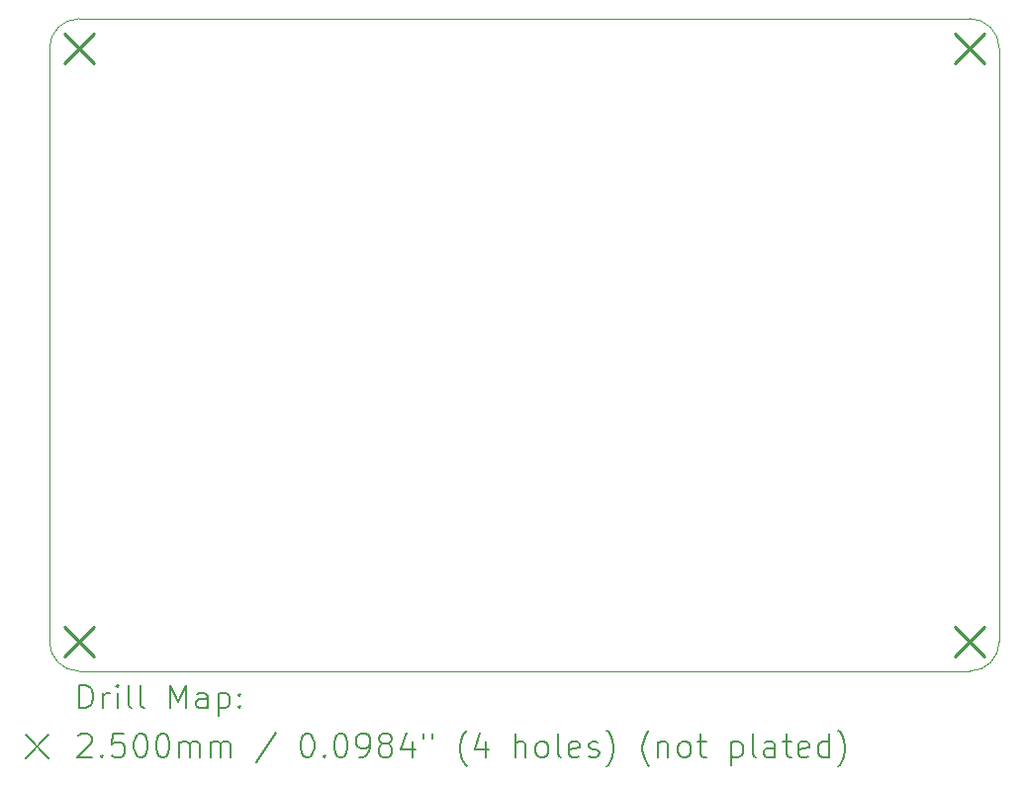
<source format=gbr>
%TF.GenerationSoftware,KiCad,Pcbnew,7.0.9*%
%TF.CreationDate,2025-10-08T14:44:17+03:00*%
%TF.ProjectId,signalgenerator-rounded,7369676e-616c-4676-956e-657261746f72,rev?*%
%TF.SameCoordinates,Original*%
%TF.FileFunction,Drillmap*%
%TF.FilePolarity,Positive*%
%FSLAX45Y45*%
G04 Gerber Fmt 4.5, Leading zero omitted, Abs format (unit mm)*
G04 Created by KiCad (PCBNEW 7.0.9) date 2025-10-08 14:44:17*
%MOMM*%
%LPD*%
G01*
G04 APERTURE LIST*
%ADD10C,0.100000*%
%ADD11C,0.200000*%
%ADD12C,0.250000*%
G04 APERTURE END LIST*
D10*
X2286000Y-7874000D02*
X2540000Y-7874000D01*
X2286000Y-2286000D02*
X2540000Y-2286000D01*
X2286000Y-2286000D02*
G75*
G03*
X2032000Y-2540000I0J-254000D01*
G01*
X2032000Y-7620000D02*
G75*
G03*
X2286000Y-7874000I254000J0D01*
G01*
X10160000Y-7620000D02*
X10160000Y-2540000D01*
X2032000Y-2540000D02*
X2032000Y-7620000D01*
X9906000Y-2286000D02*
X2540000Y-2286000D01*
X10160000Y-2540000D02*
G75*
G03*
X9906000Y-2286000I-254000J0D01*
G01*
X2540000Y-7874000D02*
X9906000Y-7874000D01*
X9906000Y-7874000D02*
G75*
G03*
X10160000Y-7620000I0J254000D01*
G01*
D11*
D12*
X2161000Y-2415000D02*
X2411000Y-2665000D01*
X2411000Y-2415000D02*
X2161000Y-2665000D01*
X2161000Y-7495000D02*
X2411000Y-7745000D01*
X2411000Y-7495000D02*
X2161000Y-7745000D01*
X9781000Y-2415000D02*
X10031000Y-2665000D01*
X10031000Y-2415000D02*
X9781000Y-2665000D01*
X9781000Y-7495000D02*
X10031000Y-7745000D01*
X10031000Y-7495000D02*
X9781000Y-7745000D01*
D11*
X2287777Y-8190484D02*
X2287777Y-7990484D01*
X2287777Y-7990484D02*
X2335396Y-7990484D01*
X2335396Y-7990484D02*
X2363967Y-8000008D01*
X2363967Y-8000008D02*
X2383015Y-8019055D01*
X2383015Y-8019055D02*
X2392539Y-8038103D01*
X2392539Y-8038103D02*
X2402063Y-8076198D01*
X2402063Y-8076198D02*
X2402063Y-8104769D01*
X2402063Y-8104769D02*
X2392539Y-8142865D01*
X2392539Y-8142865D02*
X2383015Y-8161912D01*
X2383015Y-8161912D02*
X2363967Y-8180960D01*
X2363967Y-8180960D02*
X2335396Y-8190484D01*
X2335396Y-8190484D02*
X2287777Y-8190484D01*
X2487777Y-8190484D02*
X2487777Y-8057150D01*
X2487777Y-8095246D02*
X2497301Y-8076198D01*
X2497301Y-8076198D02*
X2506824Y-8066674D01*
X2506824Y-8066674D02*
X2525872Y-8057150D01*
X2525872Y-8057150D02*
X2544920Y-8057150D01*
X2611586Y-8190484D02*
X2611586Y-8057150D01*
X2611586Y-7990484D02*
X2602063Y-8000008D01*
X2602063Y-8000008D02*
X2611586Y-8009531D01*
X2611586Y-8009531D02*
X2621110Y-8000008D01*
X2621110Y-8000008D02*
X2611586Y-7990484D01*
X2611586Y-7990484D02*
X2611586Y-8009531D01*
X2735396Y-8190484D02*
X2716348Y-8180960D01*
X2716348Y-8180960D02*
X2706824Y-8161912D01*
X2706824Y-8161912D02*
X2706824Y-7990484D01*
X2840158Y-8190484D02*
X2821110Y-8180960D01*
X2821110Y-8180960D02*
X2811586Y-8161912D01*
X2811586Y-8161912D02*
X2811586Y-7990484D01*
X3068729Y-8190484D02*
X3068729Y-7990484D01*
X3068729Y-7990484D02*
X3135396Y-8133341D01*
X3135396Y-8133341D02*
X3202062Y-7990484D01*
X3202062Y-7990484D02*
X3202062Y-8190484D01*
X3383015Y-8190484D02*
X3383015Y-8085722D01*
X3383015Y-8085722D02*
X3373491Y-8066674D01*
X3373491Y-8066674D02*
X3354443Y-8057150D01*
X3354443Y-8057150D02*
X3316348Y-8057150D01*
X3316348Y-8057150D02*
X3297301Y-8066674D01*
X3383015Y-8180960D02*
X3363967Y-8190484D01*
X3363967Y-8190484D02*
X3316348Y-8190484D01*
X3316348Y-8190484D02*
X3297301Y-8180960D01*
X3297301Y-8180960D02*
X3287777Y-8161912D01*
X3287777Y-8161912D02*
X3287777Y-8142865D01*
X3287777Y-8142865D02*
X3297301Y-8123817D01*
X3297301Y-8123817D02*
X3316348Y-8114293D01*
X3316348Y-8114293D02*
X3363967Y-8114293D01*
X3363967Y-8114293D02*
X3383015Y-8104769D01*
X3478253Y-8057150D02*
X3478253Y-8257150D01*
X3478253Y-8066674D02*
X3497301Y-8057150D01*
X3497301Y-8057150D02*
X3535396Y-8057150D01*
X3535396Y-8057150D02*
X3554443Y-8066674D01*
X3554443Y-8066674D02*
X3563967Y-8076198D01*
X3563967Y-8076198D02*
X3573491Y-8095246D01*
X3573491Y-8095246D02*
X3573491Y-8152388D01*
X3573491Y-8152388D02*
X3563967Y-8171436D01*
X3563967Y-8171436D02*
X3554443Y-8180960D01*
X3554443Y-8180960D02*
X3535396Y-8190484D01*
X3535396Y-8190484D02*
X3497301Y-8190484D01*
X3497301Y-8190484D02*
X3478253Y-8180960D01*
X3659205Y-8171436D02*
X3668729Y-8180960D01*
X3668729Y-8180960D02*
X3659205Y-8190484D01*
X3659205Y-8190484D02*
X3649682Y-8180960D01*
X3649682Y-8180960D02*
X3659205Y-8171436D01*
X3659205Y-8171436D02*
X3659205Y-8190484D01*
X3659205Y-8066674D02*
X3668729Y-8076198D01*
X3668729Y-8076198D02*
X3659205Y-8085722D01*
X3659205Y-8085722D02*
X3649682Y-8076198D01*
X3649682Y-8076198D02*
X3659205Y-8066674D01*
X3659205Y-8066674D02*
X3659205Y-8085722D01*
X1827000Y-8419000D02*
X2027000Y-8619000D01*
X2027000Y-8419000D02*
X1827000Y-8619000D01*
X2278253Y-8429531D02*
X2287777Y-8420008D01*
X2287777Y-8420008D02*
X2306824Y-8410484D01*
X2306824Y-8410484D02*
X2354444Y-8410484D01*
X2354444Y-8410484D02*
X2373491Y-8420008D01*
X2373491Y-8420008D02*
X2383015Y-8429531D01*
X2383015Y-8429531D02*
X2392539Y-8448579D01*
X2392539Y-8448579D02*
X2392539Y-8467627D01*
X2392539Y-8467627D02*
X2383015Y-8496198D01*
X2383015Y-8496198D02*
X2268729Y-8610484D01*
X2268729Y-8610484D02*
X2392539Y-8610484D01*
X2478253Y-8591436D02*
X2487777Y-8600960D01*
X2487777Y-8600960D02*
X2478253Y-8610484D01*
X2478253Y-8610484D02*
X2468729Y-8600960D01*
X2468729Y-8600960D02*
X2478253Y-8591436D01*
X2478253Y-8591436D02*
X2478253Y-8610484D01*
X2668729Y-8410484D02*
X2573491Y-8410484D01*
X2573491Y-8410484D02*
X2563967Y-8505722D01*
X2563967Y-8505722D02*
X2573491Y-8496198D01*
X2573491Y-8496198D02*
X2592539Y-8486674D01*
X2592539Y-8486674D02*
X2640158Y-8486674D01*
X2640158Y-8486674D02*
X2659205Y-8496198D01*
X2659205Y-8496198D02*
X2668729Y-8505722D01*
X2668729Y-8505722D02*
X2678253Y-8524770D01*
X2678253Y-8524770D02*
X2678253Y-8572389D01*
X2678253Y-8572389D02*
X2668729Y-8591436D01*
X2668729Y-8591436D02*
X2659205Y-8600960D01*
X2659205Y-8600960D02*
X2640158Y-8610484D01*
X2640158Y-8610484D02*
X2592539Y-8610484D01*
X2592539Y-8610484D02*
X2573491Y-8600960D01*
X2573491Y-8600960D02*
X2563967Y-8591436D01*
X2802062Y-8410484D02*
X2821110Y-8410484D01*
X2821110Y-8410484D02*
X2840158Y-8420008D01*
X2840158Y-8420008D02*
X2849682Y-8429531D01*
X2849682Y-8429531D02*
X2859205Y-8448579D01*
X2859205Y-8448579D02*
X2868729Y-8486674D01*
X2868729Y-8486674D02*
X2868729Y-8534293D01*
X2868729Y-8534293D02*
X2859205Y-8572389D01*
X2859205Y-8572389D02*
X2849682Y-8591436D01*
X2849682Y-8591436D02*
X2840158Y-8600960D01*
X2840158Y-8600960D02*
X2821110Y-8610484D01*
X2821110Y-8610484D02*
X2802062Y-8610484D01*
X2802062Y-8610484D02*
X2783015Y-8600960D01*
X2783015Y-8600960D02*
X2773491Y-8591436D01*
X2773491Y-8591436D02*
X2763967Y-8572389D01*
X2763967Y-8572389D02*
X2754444Y-8534293D01*
X2754444Y-8534293D02*
X2754444Y-8486674D01*
X2754444Y-8486674D02*
X2763967Y-8448579D01*
X2763967Y-8448579D02*
X2773491Y-8429531D01*
X2773491Y-8429531D02*
X2783015Y-8420008D01*
X2783015Y-8420008D02*
X2802062Y-8410484D01*
X2992539Y-8410484D02*
X3011586Y-8410484D01*
X3011586Y-8410484D02*
X3030634Y-8420008D01*
X3030634Y-8420008D02*
X3040158Y-8429531D01*
X3040158Y-8429531D02*
X3049682Y-8448579D01*
X3049682Y-8448579D02*
X3059205Y-8486674D01*
X3059205Y-8486674D02*
X3059205Y-8534293D01*
X3059205Y-8534293D02*
X3049682Y-8572389D01*
X3049682Y-8572389D02*
X3040158Y-8591436D01*
X3040158Y-8591436D02*
X3030634Y-8600960D01*
X3030634Y-8600960D02*
X3011586Y-8610484D01*
X3011586Y-8610484D02*
X2992539Y-8610484D01*
X2992539Y-8610484D02*
X2973491Y-8600960D01*
X2973491Y-8600960D02*
X2963967Y-8591436D01*
X2963967Y-8591436D02*
X2954443Y-8572389D01*
X2954443Y-8572389D02*
X2944920Y-8534293D01*
X2944920Y-8534293D02*
X2944920Y-8486674D01*
X2944920Y-8486674D02*
X2954443Y-8448579D01*
X2954443Y-8448579D02*
X2963967Y-8429531D01*
X2963967Y-8429531D02*
X2973491Y-8420008D01*
X2973491Y-8420008D02*
X2992539Y-8410484D01*
X3144920Y-8610484D02*
X3144920Y-8477150D01*
X3144920Y-8496198D02*
X3154443Y-8486674D01*
X3154443Y-8486674D02*
X3173491Y-8477150D01*
X3173491Y-8477150D02*
X3202063Y-8477150D01*
X3202063Y-8477150D02*
X3221110Y-8486674D01*
X3221110Y-8486674D02*
X3230634Y-8505722D01*
X3230634Y-8505722D02*
X3230634Y-8610484D01*
X3230634Y-8505722D02*
X3240158Y-8486674D01*
X3240158Y-8486674D02*
X3259205Y-8477150D01*
X3259205Y-8477150D02*
X3287777Y-8477150D01*
X3287777Y-8477150D02*
X3306824Y-8486674D01*
X3306824Y-8486674D02*
X3316348Y-8505722D01*
X3316348Y-8505722D02*
X3316348Y-8610484D01*
X3411586Y-8610484D02*
X3411586Y-8477150D01*
X3411586Y-8496198D02*
X3421110Y-8486674D01*
X3421110Y-8486674D02*
X3440158Y-8477150D01*
X3440158Y-8477150D02*
X3468729Y-8477150D01*
X3468729Y-8477150D02*
X3487777Y-8486674D01*
X3487777Y-8486674D02*
X3497301Y-8505722D01*
X3497301Y-8505722D02*
X3497301Y-8610484D01*
X3497301Y-8505722D02*
X3506824Y-8486674D01*
X3506824Y-8486674D02*
X3525872Y-8477150D01*
X3525872Y-8477150D02*
X3554443Y-8477150D01*
X3554443Y-8477150D02*
X3573491Y-8486674D01*
X3573491Y-8486674D02*
X3583015Y-8505722D01*
X3583015Y-8505722D02*
X3583015Y-8610484D01*
X3973491Y-8400960D02*
X3802063Y-8658103D01*
X4230634Y-8410484D02*
X4249682Y-8410484D01*
X4249682Y-8410484D02*
X4268729Y-8420008D01*
X4268729Y-8420008D02*
X4278253Y-8429531D01*
X4278253Y-8429531D02*
X4287777Y-8448579D01*
X4287777Y-8448579D02*
X4297301Y-8486674D01*
X4297301Y-8486674D02*
X4297301Y-8534293D01*
X4297301Y-8534293D02*
X4287777Y-8572389D01*
X4287777Y-8572389D02*
X4278253Y-8591436D01*
X4278253Y-8591436D02*
X4268729Y-8600960D01*
X4268729Y-8600960D02*
X4249682Y-8610484D01*
X4249682Y-8610484D02*
X4230634Y-8610484D01*
X4230634Y-8610484D02*
X4211587Y-8600960D01*
X4211587Y-8600960D02*
X4202063Y-8591436D01*
X4202063Y-8591436D02*
X4192539Y-8572389D01*
X4192539Y-8572389D02*
X4183015Y-8534293D01*
X4183015Y-8534293D02*
X4183015Y-8486674D01*
X4183015Y-8486674D02*
X4192539Y-8448579D01*
X4192539Y-8448579D02*
X4202063Y-8429531D01*
X4202063Y-8429531D02*
X4211587Y-8420008D01*
X4211587Y-8420008D02*
X4230634Y-8410484D01*
X4383015Y-8591436D02*
X4392539Y-8600960D01*
X4392539Y-8600960D02*
X4383015Y-8610484D01*
X4383015Y-8610484D02*
X4373491Y-8600960D01*
X4373491Y-8600960D02*
X4383015Y-8591436D01*
X4383015Y-8591436D02*
X4383015Y-8610484D01*
X4516348Y-8410484D02*
X4535396Y-8410484D01*
X4535396Y-8410484D02*
X4554444Y-8420008D01*
X4554444Y-8420008D02*
X4563968Y-8429531D01*
X4563968Y-8429531D02*
X4573491Y-8448579D01*
X4573491Y-8448579D02*
X4583015Y-8486674D01*
X4583015Y-8486674D02*
X4583015Y-8534293D01*
X4583015Y-8534293D02*
X4573491Y-8572389D01*
X4573491Y-8572389D02*
X4563968Y-8591436D01*
X4563968Y-8591436D02*
X4554444Y-8600960D01*
X4554444Y-8600960D02*
X4535396Y-8610484D01*
X4535396Y-8610484D02*
X4516348Y-8610484D01*
X4516348Y-8610484D02*
X4497301Y-8600960D01*
X4497301Y-8600960D02*
X4487777Y-8591436D01*
X4487777Y-8591436D02*
X4478253Y-8572389D01*
X4478253Y-8572389D02*
X4468729Y-8534293D01*
X4468729Y-8534293D02*
X4468729Y-8486674D01*
X4468729Y-8486674D02*
X4478253Y-8448579D01*
X4478253Y-8448579D02*
X4487777Y-8429531D01*
X4487777Y-8429531D02*
X4497301Y-8420008D01*
X4497301Y-8420008D02*
X4516348Y-8410484D01*
X4678253Y-8610484D02*
X4716348Y-8610484D01*
X4716348Y-8610484D02*
X4735396Y-8600960D01*
X4735396Y-8600960D02*
X4744920Y-8591436D01*
X4744920Y-8591436D02*
X4763968Y-8562865D01*
X4763968Y-8562865D02*
X4773491Y-8524770D01*
X4773491Y-8524770D02*
X4773491Y-8448579D01*
X4773491Y-8448579D02*
X4763968Y-8429531D01*
X4763968Y-8429531D02*
X4754444Y-8420008D01*
X4754444Y-8420008D02*
X4735396Y-8410484D01*
X4735396Y-8410484D02*
X4697301Y-8410484D01*
X4697301Y-8410484D02*
X4678253Y-8420008D01*
X4678253Y-8420008D02*
X4668729Y-8429531D01*
X4668729Y-8429531D02*
X4659206Y-8448579D01*
X4659206Y-8448579D02*
X4659206Y-8496198D01*
X4659206Y-8496198D02*
X4668729Y-8515246D01*
X4668729Y-8515246D02*
X4678253Y-8524770D01*
X4678253Y-8524770D02*
X4697301Y-8534293D01*
X4697301Y-8534293D02*
X4735396Y-8534293D01*
X4735396Y-8534293D02*
X4754444Y-8524770D01*
X4754444Y-8524770D02*
X4763968Y-8515246D01*
X4763968Y-8515246D02*
X4773491Y-8496198D01*
X4887777Y-8496198D02*
X4868729Y-8486674D01*
X4868729Y-8486674D02*
X4859206Y-8477150D01*
X4859206Y-8477150D02*
X4849682Y-8458103D01*
X4849682Y-8458103D02*
X4849682Y-8448579D01*
X4849682Y-8448579D02*
X4859206Y-8429531D01*
X4859206Y-8429531D02*
X4868729Y-8420008D01*
X4868729Y-8420008D02*
X4887777Y-8410484D01*
X4887777Y-8410484D02*
X4925872Y-8410484D01*
X4925872Y-8410484D02*
X4944920Y-8420008D01*
X4944920Y-8420008D02*
X4954444Y-8429531D01*
X4954444Y-8429531D02*
X4963968Y-8448579D01*
X4963968Y-8448579D02*
X4963968Y-8458103D01*
X4963968Y-8458103D02*
X4954444Y-8477150D01*
X4954444Y-8477150D02*
X4944920Y-8486674D01*
X4944920Y-8486674D02*
X4925872Y-8496198D01*
X4925872Y-8496198D02*
X4887777Y-8496198D01*
X4887777Y-8496198D02*
X4868729Y-8505722D01*
X4868729Y-8505722D02*
X4859206Y-8515246D01*
X4859206Y-8515246D02*
X4849682Y-8534293D01*
X4849682Y-8534293D02*
X4849682Y-8572389D01*
X4849682Y-8572389D02*
X4859206Y-8591436D01*
X4859206Y-8591436D02*
X4868729Y-8600960D01*
X4868729Y-8600960D02*
X4887777Y-8610484D01*
X4887777Y-8610484D02*
X4925872Y-8610484D01*
X4925872Y-8610484D02*
X4944920Y-8600960D01*
X4944920Y-8600960D02*
X4954444Y-8591436D01*
X4954444Y-8591436D02*
X4963968Y-8572389D01*
X4963968Y-8572389D02*
X4963968Y-8534293D01*
X4963968Y-8534293D02*
X4954444Y-8515246D01*
X4954444Y-8515246D02*
X4944920Y-8505722D01*
X4944920Y-8505722D02*
X4925872Y-8496198D01*
X5135396Y-8477150D02*
X5135396Y-8610484D01*
X5087777Y-8400960D02*
X5040158Y-8543817D01*
X5040158Y-8543817D02*
X5163968Y-8543817D01*
X5230634Y-8410484D02*
X5230634Y-8448579D01*
X5306825Y-8410484D02*
X5306825Y-8448579D01*
X5602063Y-8686674D02*
X5592539Y-8677150D01*
X5592539Y-8677150D02*
X5573491Y-8648579D01*
X5573491Y-8648579D02*
X5563968Y-8629531D01*
X5563968Y-8629531D02*
X5554444Y-8600960D01*
X5554444Y-8600960D02*
X5544920Y-8553341D01*
X5544920Y-8553341D02*
X5544920Y-8515246D01*
X5544920Y-8515246D02*
X5554444Y-8467627D01*
X5554444Y-8467627D02*
X5563968Y-8439055D01*
X5563968Y-8439055D02*
X5573491Y-8420008D01*
X5573491Y-8420008D02*
X5592539Y-8391436D01*
X5592539Y-8391436D02*
X5602063Y-8381912D01*
X5763968Y-8477150D02*
X5763968Y-8610484D01*
X5716348Y-8400960D02*
X5668729Y-8543817D01*
X5668729Y-8543817D02*
X5792539Y-8543817D01*
X6021110Y-8610484D02*
X6021110Y-8410484D01*
X6106825Y-8610484D02*
X6106825Y-8505722D01*
X6106825Y-8505722D02*
X6097301Y-8486674D01*
X6097301Y-8486674D02*
X6078253Y-8477150D01*
X6078253Y-8477150D02*
X6049682Y-8477150D01*
X6049682Y-8477150D02*
X6030634Y-8486674D01*
X6030634Y-8486674D02*
X6021110Y-8496198D01*
X6230634Y-8610484D02*
X6211587Y-8600960D01*
X6211587Y-8600960D02*
X6202063Y-8591436D01*
X6202063Y-8591436D02*
X6192539Y-8572389D01*
X6192539Y-8572389D02*
X6192539Y-8515246D01*
X6192539Y-8515246D02*
X6202063Y-8496198D01*
X6202063Y-8496198D02*
X6211587Y-8486674D01*
X6211587Y-8486674D02*
X6230634Y-8477150D01*
X6230634Y-8477150D02*
X6259206Y-8477150D01*
X6259206Y-8477150D02*
X6278253Y-8486674D01*
X6278253Y-8486674D02*
X6287777Y-8496198D01*
X6287777Y-8496198D02*
X6297301Y-8515246D01*
X6297301Y-8515246D02*
X6297301Y-8572389D01*
X6297301Y-8572389D02*
X6287777Y-8591436D01*
X6287777Y-8591436D02*
X6278253Y-8600960D01*
X6278253Y-8600960D02*
X6259206Y-8610484D01*
X6259206Y-8610484D02*
X6230634Y-8610484D01*
X6411587Y-8610484D02*
X6392539Y-8600960D01*
X6392539Y-8600960D02*
X6383015Y-8581912D01*
X6383015Y-8581912D02*
X6383015Y-8410484D01*
X6563968Y-8600960D02*
X6544920Y-8610484D01*
X6544920Y-8610484D02*
X6506825Y-8610484D01*
X6506825Y-8610484D02*
X6487777Y-8600960D01*
X6487777Y-8600960D02*
X6478253Y-8581912D01*
X6478253Y-8581912D02*
X6478253Y-8505722D01*
X6478253Y-8505722D02*
X6487777Y-8486674D01*
X6487777Y-8486674D02*
X6506825Y-8477150D01*
X6506825Y-8477150D02*
X6544920Y-8477150D01*
X6544920Y-8477150D02*
X6563968Y-8486674D01*
X6563968Y-8486674D02*
X6573491Y-8505722D01*
X6573491Y-8505722D02*
X6573491Y-8524770D01*
X6573491Y-8524770D02*
X6478253Y-8543817D01*
X6649682Y-8600960D02*
X6668730Y-8610484D01*
X6668730Y-8610484D02*
X6706825Y-8610484D01*
X6706825Y-8610484D02*
X6725872Y-8600960D01*
X6725872Y-8600960D02*
X6735396Y-8581912D01*
X6735396Y-8581912D02*
X6735396Y-8572389D01*
X6735396Y-8572389D02*
X6725872Y-8553341D01*
X6725872Y-8553341D02*
X6706825Y-8543817D01*
X6706825Y-8543817D02*
X6678253Y-8543817D01*
X6678253Y-8543817D02*
X6659206Y-8534293D01*
X6659206Y-8534293D02*
X6649682Y-8515246D01*
X6649682Y-8515246D02*
X6649682Y-8505722D01*
X6649682Y-8505722D02*
X6659206Y-8486674D01*
X6659206Y-8486674D02*
X6678253Y-8477150D01*
X6678253Y-8477150D02*
X6706825Y-8477150D01*
X6706825Y-8477150D02*
X6725872Y-8486674D01*
X6802063Y-8686674D02*
X6811587Y-8677150D01*
X6811587Y-8677150D02*
X6830634Y-8648579D01*
X6830634Y-8648579D02*
X6840158Y-8629531D01*
X6840158Y-8629531D02*
X6849682Y-8600960D01*
X6849682Y-8600960D02*
X6859206Y-8553341D01*
X6859206Y-8553341D02*
X6859206Y-8515246D01*
X6859206Y-8515246D02*
X6849682Y-8467627D01*
X6849682Y-8467627D02*
X6840158Y-8439055D01*
X6840158Y-8439055D02*
X6830634Y-8420008D01*
X6830634Y-8420008D02*
X6811587Y-8391436D01*
X6811587Y-8391436D02*
X6802063Y-8381912D01*
X7163968Y-8686674D02*
X7154444Y-8677150D01*
X7154444Y-8677150D02*
X7135396Y-8648579D01*
X7135396Y-8648579D02*
X7125872Y-8629531D01*
X7125872Y-8629531D02*
X7116349Y-8600960D01*
X7116349Y-8600960D02*
X7106825Y-8553341D01*
X7106825Y-8553341D02*
X7106825Y-8515246D01*
X7106825Y-8515246D02*
X7116349Y-8467627D01*
X7116349Y-8467627D02*
X7125872Y-8439055D01*
X7125872Y-8439055D02*
X7135396Y-8420008D01*
X7135396Y-8420008D02*
X7154444Y-8391436D01*
X7154444Y-8391436D02*
X7163968Y-8381912D01*
X7240158Y-8477150D02*
X7240158Y-8610484D01*
X7240158Y-8496198D02*
X7249682Y-8486674D01*
X7249682Y-8486674D02*
X7268730Y-8477150D01*
X7268730Y-8477150D02*
X7297301Y-8477150D01*
X7297301Y-8477150D02*
X7316349Y-8486674D01*
X7316349Y-8486674D02*
X7325872Y-8505722D01*
X7325872Y-8505722D02*
X7325872Y-8610484D01*
X7449682Y-8610484D02*
X7430634Y-8600960D01*
X7430634Y-8600960D02*
X7421111Y-8591436D01*
X7421111Y-8591436D02*
X7411587Y-8572389D01*
X7411587Y-8572389D02*
X7411587Y-8515246D01*
X7411587Y-8515246D02*
X7421111Y-8496198D01*
X7421111Y-8496198D02*
X7430634Y-8486674D01*
X7430634Y-8486674D02*
X7449682Y-8477150D01*
X7449682Y-8477150D02*
X7478253Y-8477150D01*
X7478253Y-8477150D02*
X7497301Y-8486674D01*
X7497301Y-8486674D02*
X7506825Y-8496198D01*
X7506825Y-8496198D02*
X7516349Y-8515246D01*
X7516349Y-8515246D02*
X7516349Y-8572389D01*
X7516349Y-8572389D02*
X7506825Y-8591436D01*
X7506825Y-8591436D02*
X7497301Y-8600960D01*
X7497301Y-8600960D02*
X7478253Y-8610484D01*
X7478253Y-8610484D02*
X7449682Y-8610484D01*
X7573492Y-8477150D02*
X7649682Y-8477150D01*
X7602063Y-8410484D02*
X7602063Y-8581912D01*
X7602063Y-8581912D02*
X7611587Y-8600960D01*
X7611587Y-8600960D02*
X7630634Y-8610484D01*
X7630634Y-8610484D02*
X7649682Y-8610484D01*
X7868730Y-8477150D02*
X7868730Y-8677150D01*
X7868730Y-8486674D02*
X7887777Y-8477150D01*
X7887777Y-8477150D02*
X7925873Y-8477150D01*
X7925873Y-8477150D02*
X7944920Y-8486674D01*
X7944920Y-8486674D02*
X7954444Y-8496198D01*
X7954444Y-8496198D02*
X7963968Y-8515246D01*
X7963968Y-8515246D02*
X7963968Y-8572389D01*
X7963968Y-8572389D02*
X7954444Y-8591436D01*
X7954444Y-8591436D02*
X7944920Y-8600960D01*
X7944920Y-8600960D02*
X7925873Y-8610484D01*
X7925873Y-8610484D02*
X7887777Y-8610484D01*
X7887777Y-8610484D02*
X7868730Y-8600960D01*
X8078253Y-8610484D02*
X8059206Y-8600960D01*
X8059206Y-8600960D02*
X8049682Y-8581912D01*
X8049682Y-8581912D02*
X8049682Y-8410484D01*
X8240158Y-8610484D02*
X8240158Y-8505722D01*
X8240158Y-8505722D02*
X8230634Y-8486674D01*
X8230634Y-8486674D02*
X8211587Y-8477150D01*
X8211587Y-8477150D02*
X8173492Y-8477150D01*
X8173492Y-8477150D02*
X8154444Y-8486674D01*
X8240158Y-8600960D02*
X8221111Y-8610484D01*
X8221111Y-8610484D02*
X8173492Y-8610484D01*
X8173492Y-8610484D02*
X8154444Y-8600960D01*
X8154444Y-8600960D02*
X8144920Y-8581912D01*
X8144920Y-8581912D02*
X8144920Y-8562865D01*
X8144920Y-8562865D02*
X8154444Y-8543817D01*
X8154444Y-8543817D02*
X8173492Y-8534293D01*
X8173492Y-8534293D02*
X8221111Y-8534293D01*
X8221111Y-8534293D02*
X8240158Y-8524770D01*
X8306825Y-8477150D02*
X8383015Y-8477150D01*
X8335396Y-8410484D02*
X8335396Y-8581912D01*
X8335396Y-8581912D02*
X8344920Y-8600960D01*
X8344920Y-8600960D02*
X8363968Y-8610484D01*
X8363968Y-8610484D02*
X8383015Y-8610484D01*
X8525873Y-8600960D02*
X8506825Y-8610484D01*
X8506825Y-8610484D02*
X8468730Y-8610484D01*
X8468730Y-8610484D02*
X8449682Y-8600960D01*
X8449682Y-8600960D02*
X8440158Y-8581912D01*
X8440158Y-8581912D02*
X8440158Y-8505722D01*
X8440158Y-8505722D02*
X8449682Y-8486674D01*
X8449682Y-8486674D02*
X8468730Y-8477150D01*
X8468730Y-8477150D02*
X8506825Y-8477150D01*
X8506825Y-8477150D02*
X8525873Y-8486674D01*
X8525873Y-8486674D02*
X8535396Y-8505722D01*
X8535396Y-8505722D02*
X8535396Y-8524770D01*
X8535396Y-8524770D02*
X8440158Y-8543817D01*
X8706825Y-8610484D02*
X8706825Y-8410484D01*
X8706825Y-8600960D02*
X8687777Y-8610484D01*
X8687777Y-8610484D02*
X8649682Y-8610484D01*
X8649682Y-8610484D02*
X8630635Y-8600960D01*
X8630635Y-8600960D02*
X8621111Y-8591436D01*
X8621111Y-8591436D02*
X8611587Y-8572389D01*
X8611587Y-8572389D02*
X8611587Y-8515246D01*
X8611587Y-8515246D02*
X8621111Y-8496198D01*
X8621111Y-8496198D02*
X8630635Y-8486674D01*
X8630635Y-8486674D02*
X8649682Y-8477150D01*
X8649682Y-8477150D02*
X8687777Y-8477150D01*
X8687777Y-8477150D02*
X8706825Y-8486674D01*
X8783016Y-8686674D02*
X8792539Y-8677150D01*
X8792539Y-8677150D02*
X8811587Y-8648579D01*
X8811587Y-8648579D02*
X8821111Y-8629531D01*
X8821111Y-8629531D02*
X8830635Y-8600960D01*
X8830635Y-8600960D02*
X8840158Y-8553341D01*
X8840158Y-8553341D02*
X8840158Y-8515246D01*
X8840158Y-8515246D02*
X8830635Y-8467627D01*
X8830635Y-8467627D02*
X8821111Y-8439055D01*
X8821111Y-8439055D02*
X8811587Y-8420008D01*
X8811587Y-8420008D02*
X8792539Y-8391436D01*
X8792539Y-8391436D02*
X8783016Y-8381912D01*
M02*

</source>
